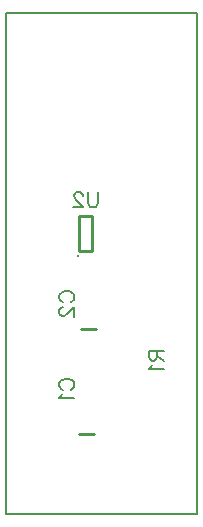
<source format=gbr>
G04 DipTrace 2.4.0.2*
%INbottomsilk.gbr*%
%MOIN*%
%ADD10C,0.0098*%
%ADD11C,0.006*%
%ADD22C,0.0118*%
%ADD37C,0.0077*%
%FSLAX44Y44*%
G04*
G70*
G90*
G75*
G01*
%LNBotSilk*%
%LPD*%
X6373Y6590D2*
D10*
X6885D1*
X6435Y10090D2*
X6946D1*
X6830Y12675D2*
X6396D1*
Y13856D1*
X6830D1*
Y12675D1*
D22*
X6337Y12537D3*
X5846Y8070D2*
D37*
X5798Y8093D1*
X5750Y8142D1*
X5726Y8189D1*
Y8285D1*
X5750Y8333D1*
X5798Y8380D1*
X5846Y8405D1*
X5918Y8428D1*
X6037D1*
X6109Y8405D1*
X6157Y8380D1*
X6204Y8333D1*
X6229Y8285D1*
Y8189D1*
X6204Y8142D1*
X6157Y8093D1*
X6109Y8070D1*
X5822Y7915D2*
X5798Y7867D1*
X5727Y7795D1*
X6229D1*
X5845Y10989D2*
X5797Y11012D1*
X5749Y11060D1*
X5725Y11108D1*
Y11204D1*
X5749Y11252D1*
X5797Y11299D1*
X5845Y11324D1*
X5916Y11347D1*
X6036D1*
X6108Y11324D1*
X6156Y11299D1*
X6203Y11252D1*
X6228Y11204D1*
Y11108D1*
X6203Y11060D1*
X6156Y11012D1*
X6108Y10989D1*
X5845Y10810D2*
X5821D1*
X5773Y10786D1*
X5750Y10762D1*
X5726Y10714D1*
Y10619D1*
X5750Y10571D1*
X5773Y10547D1*
X5821Y10523D1*
X5869D1*
X5917Y10547D1*
X5988Y10595D1*
X6228Y10834D1*
Y10499D1*
X8966Y9370D2*
Y9155D1*
X8942Y9083D1*
X8918Y9059D1*
X8870Y9035D1*
X8822D1*
X8775Y9059D1*
X8750Y9083D1*
X8727Y9155D1*
Y9370D1*
X9229D1*
X8966Y9203D2*
X9229Y9035D1*
X8823Y8881D2*
X8798Y8833D1*
X8727Y8761D1*
X9229D1*
X7015Y14652D2*
Y14294D1*
X6991Y14222D1*
X6943Y14174D1*
X6872Y14150D1*
X6824D1*
X6752Y14174D1*
X6704Y14222D1*
X6680Y14294D1*
Y14652D1*
X6502Y14533D2*
Y14556D1*
X6478Y14604D1*
X6454Y14628D1*
X6406Y14652D1*
X6310D1*
X6263Y14628D1*
X6239Y14604D1*
X6215Y14556D1*
Y14509D1*
X6239Y14461D1*
X6287Y14389D1*
X6526Y14150D1*
X6191D1*
%LNBoardOutline*%
X3940Y3940D2*
D11*
X10316D1*
Y20629D1*
X3940D1*
Y3940D1*
M02*

</source>
